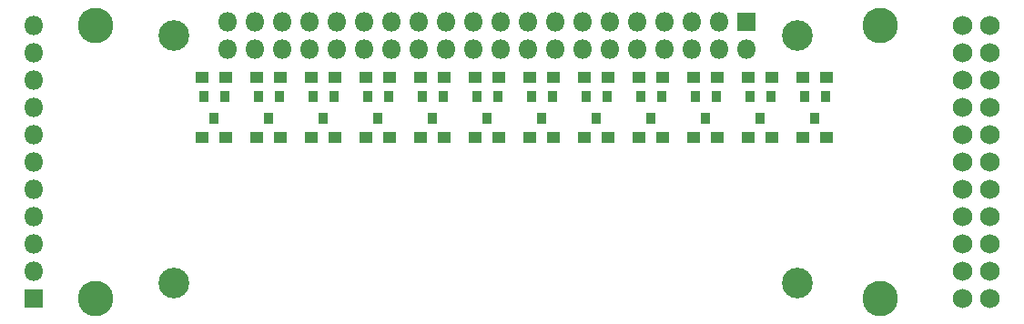
<source format=gbr>
G04 #@! TF.GenerationSoftware,KiCad,Pcbnew,(5.1.2)-1*
G04 #@! TF.CreationDate,2019-10-29T15:15:45-05:00*
G04 #@! TF.ProjectId,computer_board,636f6d70-7574-4657-925f-626f6172642e,rev?*
G04 #@! TF.SameCoordinates,Original*
G04 #@! TF.FileFunction,Soldermask,Bot*
G04 #@! TF.FilePolarity,Negative*
%FSLAX46Y46*%
G04 Gerber Fmt 4.6, Leading zero omitted, Abs format (unit mm)*
G04 Created by KiCad (PCBNEW (5.1.2)-1) date 2019-10-29 15:15:45*
%MOMM*%
%LPD*%
G04 APERTURE LIST*
%ADD10C,0.100000*%
%ADD11C,3.301600*%
%ADD12C,1.741600*%
%ADD13O,1.801600X1.801600*%
%ADD14R,1.801600X1.801600*%
%ADD15C,2.851600*%
%ADD16R,0.901600X1.001600*%
%ADD17R,1.301600X1.001600*%
G04 APERTURE END LIST*
D10*
X185021000Y-59690000D02*
G75*
G03X185021000Y-59690000I-871000J0D01*
G01*
X182481000Y-59690000D02*
G75*
G03X182481000Y-59690000I-871000J0D01*
G01*
X185021000Y-62230000D02*
G75*
G03X185021000Y-62230000I-871000J0D01*
G01*
X182481000Y-62230000D02*
G75*
G03X182481000Y-62230000I-871000J0D01*
G01*
X185021000Y-64770000D02*
G75*
G03X185021000Y-64770000I-871000J0D01*
G01*
X182481000Y-64770000D02*
G75*
G03X182481000Y-64770000I-871000J0D01*
G01*
X185021000Y-67310000D02*
G75*
G03X185021000Y-67310000I-871000J0D01*
G01*
X182481000Y-67310000D02*
G75*
G03X182481000Y-67310000I-871000J0D01*
G01*
X185021000Y-69850000D02*
G75*
G03X185021000Y-69850000I-871000J0D01*
G01*
X182481000Y-69850000D02*
G75*
G03X182481000Y-69850000I-871000J0D01*
G01*
X185021000Y-72390000D02*
G75*
G03X185021000Y-72390000I-871000J0D01*
G01*
X182481000Y-72390000D02*
G75*
G03X182481000Y-72390000I-871000J0D01*
G01*
X185021000Y-74930000D02*
G75*
G03X185021000Y-74930000I-871000J0D01*
G01*
X182481000Y-74930000D02*
G75*
G03X182481000Y-74930000I-871000J0D01*
G01*
X185021000Y-77470000D02*
G75*
G03X185021000Y-77470000I-871000J0D01*
G01*
X182481000Y-77470000D02*
G75*
G03X182481000Y-77470000I-871000J0D01*
G01*
X185021000Y-80010000D02*
G75*
G03X185021000Y-80010000I-871000J0D01*
G01*
X182481000Y-80010000D02*
G75*
G03X182481000Y-80010000I-871000J0D01*
G01*
X185021000Y-82550000D02*
G75*
G03X185021000Y-82550000I-871000J0D01*
G01*
X182481000Y-82550000D02*
G75*
G03X182481000Y-82550000I-871000J0D01*
G01*
X185021000Y-85090000D02*
G75*
G03X185021000Y-85090000I-871000J0D01*
G01*
X182481000Y-85090000D02*
G75*
G03X182481000Y-85090000I-871000J0D01*
G01*
D11*
X100965000Y-59690000D03*
X173990000Y-59690000D03*
X100965000Y-85090000D03*
X173990000Y-85090000D03*
D12*
X184150000Y-59690000D03*
X181610000Y-59690000D03*
X184150000Y-62230000D03*
X181610000Y-62230000D03*
X184150000Y-64770000D03*
X181610000Y-64770000D03*
X184150000Y-67310000D03*
X181610000Y-67310000D03*
X184150000Y-69850000D03*
X181610000Y-69850000D03*
X184150000Y-72390000D03*
X181610000Y-72390000D03*
X184150000Y-74930000D03*
X181610000Y-74930000D03*
X184150000Y-77470000D03*
X181610000Y-77470000D03*
X184150000Y-80010000D03*
X181610000Y-80010000D03*
X184150000Y-82550000D03*
X181610000Y-82550000D03*
X184150000Y-85090000D03*
X181610000Y-85090000D03*
D13*
X95250000Y-59690000D03*
X95250000Y-62230000D03*
X95250000Y-64770000D03*
X95250000Y-67310000D03*
X95250000Y-69850000D03*
X95250000Y-72390000D03*
X95250000Y-74930000D03*
X95250000Y-77470000D03*
X95250000Y-80010000D03*
X95250000Y-82550000D03*
D14*
X95250000Y-85090000D03*
D13*
X113265000Y-61870000D03*
X113265000Y-59330000D03*
X115805000Y-61870000D03*
X115805000Y-59330000D03*
X118345000Y-61870000D03*
X118345000Y-59330000D03*
X120885000Y-61870000D03*
X120885000Y-59330000D03*
X123425000Y-61870000D03*
X123425000Y-59330000D03*
X125965000Y-61870000D03*
X125965000Y-59330000D03*
X128505000Y-61870000D03*
X128505000Y-59330000D03*
X131045000Y-61870000D03*
X131045000Y-59330000D03*
X133585000Y-61870000D03*
X133585000Y-59330000D03*
X136125000Y-61870000D03*
X136125000Y-59330000D03*
X138665000Y-61870000D03*
X138665000Y-59330000D03*
X141205000Y-61870000D03*
X141205000Y-59330000D03*
X143745000Y-61870000D03*
X143745000Y-59330000D03*
X146285000Y-61870000D03*
X146285000Y-59330000D03*
X148825000Y-61870000D03*
X148825000Y-59330000D03*
X151365000Y-61870000D03*
X151365000Y-59330000D03*
X153905000Y-61870000D03*
X153905000Y-59330000D03*
X156445000Y-61870000D03*
X156445000Y-59330000D03*
X158985000Y-61870000D03*
X158985000Y-59330000D03*
X161525000Y-61870000D03*
D14*
X161525000Y-59330000D03*
D15*
X108275000Y-60650000D03*
X166275000Y-83650000D03*
X166275000Y-60650000D03*
X108275000Y-83650000D03*
D16*
X117094000Y-68310000D03*
X118044000Y-66310000D03*
X116144000Y-66310000D03*
X167894000Y-68310000D03*
X168844000Y-66310000D03*
X166944000Y-66310000D03*
X162814000Y-68310000D03*
X163764000Y-66310000D03*
X161864000Y-66310000D03*
X151704000Y-66310000D03*
X153604000Y-66310000D03*
X152654000Y-68310000D03*
X146624000Y-66310000D03*
X148524000Y-66310000D03*
X147574000Y-68310000D03*
X141544000Y-66310000D03*
X143444000Y-66310000D03*
X142494000Y-68310000D03*
X137414000Y-68310000D03*
X138364000Y-66310000D03*
X136464000Y-66310000D03*
X112014000Y-68310000D03*
X112964000Y-66310000D03*
X111064000Y-66310000D03*
X157734000Y-68310000D03*
X158684000Y-66310000D03*
X156784000Y-66310000D03*
X126304000Y-66310000D03*
X128204000Y-66310000D03*
X127254000Y-68310000D03*
X131384000Y-66310000D03*
X133284000Y-66310000D03*
X132334000Y-68310000D03*
X121224000Y-66310000D03*
X123124000Y-66310000D03*
X122174000Y-68310000D03*
D17*
X115994000Y-64516000D03*
X118194000Y-64516000D03*
X166794000Y-64516000D03*
X168994000Y-64516000D03*
X161714000Y-64516000D03*
X163914000Y-64516000D03*
X151554000Y-64516000D03*
X153754000Y-64516000D03*
X115994000Y-70104000D03*
X118194000Y-70104000D03*
X166794000Y-70104000D03*
X168994000Y-70104000D03*
X161714000Y-70104000D03*
X163914000Y-70104000D03*
X151554000Y-70104000D03*
X153754000Y-70104000D03*
X146474000Y-64516000D03*
X148674000Y-64516000D03*
X143594000Y-64516000D03*
X141394000Y-64516000D03*
X138514000Y-64516000D03*
X136314000Y-64516000D03*
X110914000Y-64516000D03*
X113114000Y-64516000D03*
X146474000Y-70104000D03*
X148674000Y-70104000D03*
X143594000Y-70104000D03*
X141394000Y-70104000D03*
X138514000Y-70104000D03*
X136314000Y-70104000D03*
X113114000Y-70104000D03*
X110914000Y-70104000D03*
X156634000Y-64516000D03*
X158834000Y-64516000D03*
X128354000Y-64516000D03*
X126154000Y-64516000D03*
X133434000Y-64516000D03*
X131234000Y-64516000D03*
X123274000Y-64516000D03*
X121074000Y-64516000D03*
X156634000Y-70104000D03*
X158834000Y-70104000D03*
X128354000Y-70104000D03*
X126154000Y-70104000D03*
X131234000Y-70104000D03*
X133434000Y-70104000D03*
X123274000Y-70104000D03*
X121074000Y-70104000D03*
M02*

</source>
